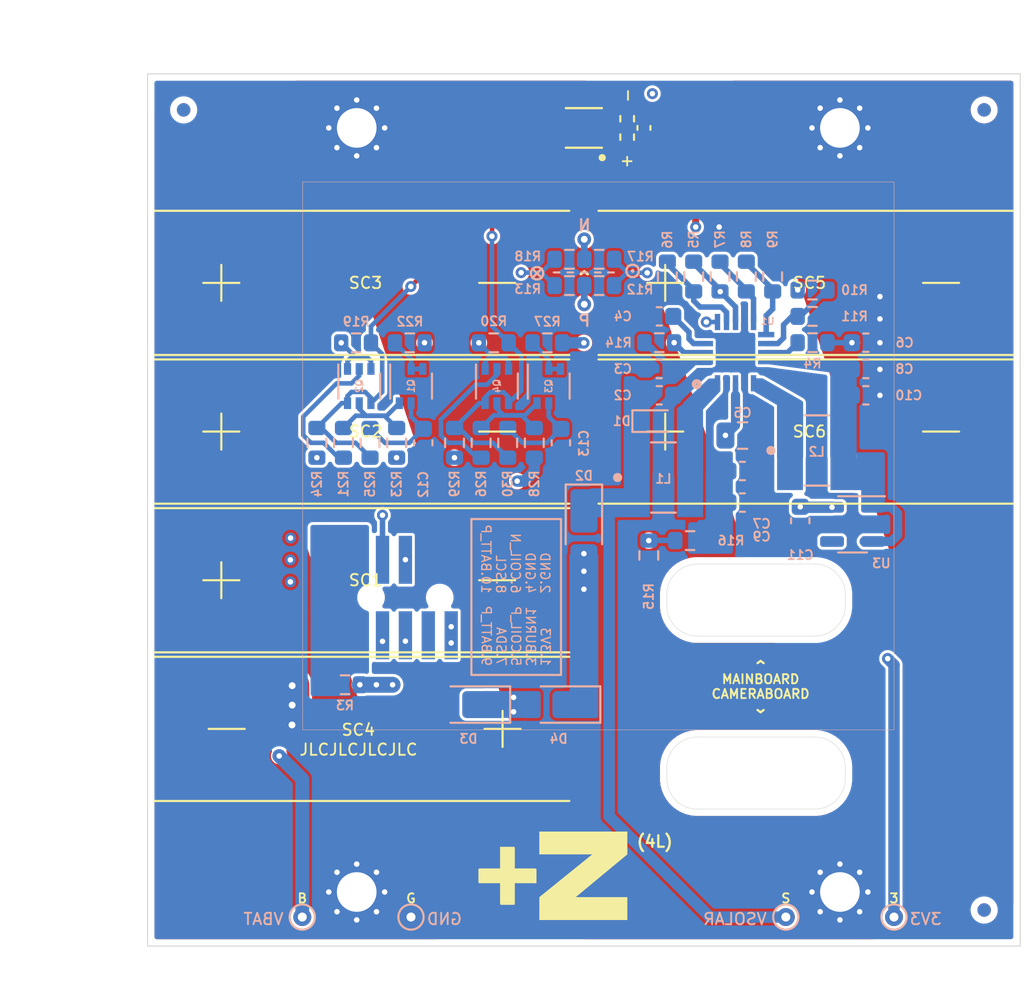
<source format=kicad_pcb>
(kicad_pcb (version 20221018) (generator pcbnew)
  (layers (0 "F.Cu" signal "Top") (1 "In1.Cu" signal) (2 "In2.Cu" signal) (31 "B.Cu" signal "Bottom") (34 "B.Paste" user) (35 "F.Paste" user) (36 "B.SilkS" user "B.Silkscreen") (37 "F.SilkS" user "F.Silkscreen") (38 "B.Mask" user) (39 "F.Mask" user) (44 "Edge.Cuts" user))
  (net 0 "")
  (net 1 "GND")
  (net 2 "+3V3")
  (net 3 "Net-(U1-VREF_SAMP)")
  (net 4 "Net-(U1-VSTOR)")
  (net 5 "VOUT_EN")
  (net 6 "VSOLAR")
  (net 7 "VBAT_OK")
  (net 8 "BATT_P")
  (net 9 "COIL_N")
  (net 10 "COIL_P")
  (net 11 "Net-(Q1B-G1)")
  (net 12 "Net-(Q3B-G1)")
  (net 13 "Net-(D3-K)")
  (net 14 "Net-(U1-LBOOST)")
  (net 15 "Net-(U1-LBUCK)")
  (net 16 "Net-(Q1A-G2)")
  (net 17 "Net-(Q1A-D1)")
  (net 18 "Net-(Q2A-B1)")
  (net 19 "/coil")
  (net 20 "/VSOLAR_FULL")
  (net 21 "BURN1")
  (net 22 "Net-(Q3A-G2)")
  (net 23 "Net-(Q3A-D1)")
  (net 24 "Net-(Q4A-B1)")
  (net 25 "Net-(U1-VBAT_OV)")
  (net 26 "SCL_LS")
  (net 27 "Net-(U1-OK_HYST)")
  (net 28 "Net-(U1-OK_PROG)")
  (net 29 "Net-(U1-VOUT_SET)")
  (net 30 "SDA_LS")
  (net 31 "VBAT")
  (net 32 "SDA")
  (net 33 "SCL")
  (net 34 "Net-(U1-VOC_SAMP)")
  (net 35 "Net-(U1-VRDIV)")
  (net 36 "Net-(U1-VOUT)")
  (net 37 "Net-(U2-ADDR)")
  (footprint "solarpanels:KXOB25-05X3F" (layer "F.Cu") (at 83.89 70.4)
    (fp_text reference "SC1")
    (fp_text value "SolarCell_Small")
  )
  (footprint "solarpanels:KXOB25-05X3F" (layer "F.Cu") (at 83.89 62.149995)
    (fp_text reference "SC2")
    (fp_text value "SolarCell_Small")
  )
  (footprint "solarpanels:KXOB25-05X3F" (layer "F.Cu") (at 83.89 53.9)
    (fp_text reference "SC3")
    (fp_text value "SolarCell_Small")
  )
  (footprint "solarpanels:KXOB25-05X3F" (layer "F.Cu") (at 108.51 53.9)
    (fp_text reference "SC5")
    (fp_text value "SolarCell_Small")
  )
  (footprint "solarpanels:KXOB25-05X3F" (layer "F.Cu") (at 108.51 62.149996)
    (fp_text reference "SC6")
    (fp_text value "SolarCell_Small")
  )
  (footprint "Capacitor_SMD:C_0402_1005Metric" (layer "F.Cu") (at 110.03 45.3 -90)
    (fp_text reference "C1" hide)
    (fp_text value "0.1uF")
  )
  (footprint "Resistor_SMD:R_0402_1005Metric" (layer "F.Cu") (at 109.1 45.81 -90)
    (fp_text reference "R1" hide)
    (fp_text value "0R")
  )
  (footprint "Resistor_SMD:R_0402_1005Metric" (layer "F.Cu") (at 109.1 44.79 -90)
    (fp_text reference "R2" hide)
    (fp_text value "0R")
  )
  (footprint "Fiducial:Fiducial_0.75mm_Mask1.5mm" (layer "F.Cu") (at 128.9 88.7)
    (fp_text reference "REF**" hide)
    (fp_text value "Fiducial_0.75mm_Mask1.5mm")
  )
  (footprint "solarpanels:MountingHole_2.2mm_M2_DIN965_Pad_TopBottom" (layer "F.Cu") (at 94.1 45.300011)
    (fp_text reference "H2" hide)
    (fp_text value "MountingHole")
  )
  (footprint "Fiducial:Fiducial_0.75mm_Mask1.5mm" (layer "F.Cu") (at 84.5 44.3)
    (fp_text reference "REF**" hide)
    (fp_text value "Fiducial_0.75mm_Mask1.5mm")
  )
  (footprint "Fiducial:Fiducial_0.75mm_Mask1.5mm" (layer "F.Cu") (at 128.9 44.3)
    (fp_text reference "REF**" hide)
    (fp_text value "Fiducial_0.75mm_Mask1.5mm")
  )
  (footprint "solarpanels:MountingHole_2.2mm_M2_DIN965_Pad_TopBottom" (layer "F.Cu") (at 120.9 87.7)
    (fp_text reference "H4" hide)
    (fp_text value "MountingHole")
  )
  (footprint "custom-footprints:ypanel" (layer "F.Cu") (at 106.010401 86.552858)
    (fp_text reference "Ref**" hide)
    (fp_text value "Val**" hide)
  )
  (footprint "solarpanels:MountingHole_2.2mm_M2_DIN965_Pad_TopBottom" (layer "F.Cu") (at 94.1 87.7)
    (fp_text reference "H3" hide)
    (fp_text value "MountingHole")
  )
  (footprint "solarpanels:OPT3001" (layer "F.Cu") (at 106.7 45.3 180)
    (fp_text reference "U2" hide)
    (fp_text value "OPT3001")
  )
  (footprint "solarpanels:KXOB25-05X3F" (layer "F.Cu") (at 104.89 78.65 180)
    (fp_text reference "SC4")
    (fp_text value "SolarCell_Small")
  )
  (footprint "solarpanels:MountingHole_2.2mm_M2_DIN965_Pad_TopBottom" (layer "F.Cu") (at 120.9 45.300011)
    (fp_text reference "H1" hide)
    (fp_text value "MountingHole")
  )
  (footprint "Capacitor_SMD:C_0805_2012Metric" (layer "B.Cu") (at 115.5 62.37)
    (fp_text reference "C5")
    (fp_text value "100uF")
  )
  (footprint "Capacitor_SMD:C_0603_1608Metric" (layer "B.Cu") (at 115.49 66.09)
    (fp_text reference "C9")
    (fp_text value "0.1uF")
  )
  (footprint "Capacitor_SMD:C_0603_1608Metric" (layer "B.Cu") (at 122.339995 58.677844)
    (fp_text reference "C8")
    (fp_text value "22uF")
  )
  (footprint "Capacitor_SMD:C_0603_1608Metric" (layer "B.Cu") (at 122.339995 57.217844)
    (fp_text reference "C6")
    (fp_text value "1uF")
  )
  (footprint "Capacitor_SMD:C_0603_1608Metric" (layer "B.Cu") (at 110.879995 55.757844 180)
    (fp_text reference "C4")
    (fp_text value "10nF")
  )
  (footprint "solarpanels:LPS4018" (layer "B.Cu") (at 119.61155 63.2)
    (fp_text reference "L2")
    (fp_text value "10uH-LPS4018-103MR")
  )
  (footprint "Resistor_SMD:R_0603_1608Metric" (layer "B.Cu") (at 110.3 69.025 90)
    (fp_text reference "R15")
    (fp_text value "DNI (0R)")
  )
  (footprint "Resistor_SMD:R_0603_1608Metric" (layer "B.Cu") (at 117.169995 53.547844 -90)
    (fp_text reference "R9")
    (fp_text value "4.53M")
  )
  (footprint "Resistor_SMD:R_0603_1608Metric" (layer "B.Cu") (at 119.379995 55.757844 180)
    (fp_text reference "R11")
    (fp_text value "4.75M")
  )
  (footprint "Resistor_SMD:R_0603_1608Metric" (layer "B.Cu") (at 114.249995 53.547844 -90)
    (fp_text reference "R7")
    (fp_text value "374K")
  )
  (footprint "Resistor_SMD:R_0603_1608Metric" (layer "B.Cu") (at 119.379995 57.217844)
    (fp_text reference "R4")
    (fp_text value "0R")
  )
  (footprint "Resistor_SMD:R_0603_1608Metric" (layer "B.Cu") (at 115.709995 53.547844 -90)
    (fp_text reference "R8")
    (fp_text value "8.25M")
  )
  (footprint "Resistor_SMD:R_0603_1608Metric" (layer "B.Cu") (at 110.879995 57.217844 180)
    (fp_text reference "R14")
    (fp_text value "DNI (0R)")
  )
  (footprint "Resistor_SMD:R_0603_1608Metric" (layer "B.Cu") (at 119.379995 54.297844 180)
    (fp_text reference "R10")
    (fp_text value "8.25M")
  )
  (footprint "solarpanels:QFN50P350X350X100-21N-D" (layer "B.Cu") (at 115.11 57.77)
    (fp_text reference "U1")
    (fp_text value "BQ25570RGRR" hide)
  )
  (footprint "solarpanels:LPS4018" (layer "B.Cu") (at 111.11 64.7)
    (fp_text reference "L1")
    (fp_text value "22uH-LPS4018-223MR")
  )
  (footprint "Resistor_SMD:R_0603_1608Metric" (layer "B.Cu") (at 112.59 68.2 180)
    (fp_text reference "R16")
    (fp_text value "0R")
  )
  (footprint "Resistor_SMD:R_0603_1608Metric" (layer "B.Cu") (at 112.789995 53.547844 90)
    (fp_text reference "R5")
    (fp_text value "7.32M")
  )
  (footprint "Capacitor_SMD:C_0603_1608Metric" (layer "B.Cu") (at 115.49 64.34)
    (fp_text reference "C7")
    (fp_text value "4.7uF")
  )
  (footprint "Resistor_SMD:R_0603_1608Metric" (layer "B.Cu") (at 111.329995 53.547844 90)
    (fp_text reference "R6")
    (fp_text value "5.62M")
  )
  (footprint "Capacitor_SMD:C_0603_1608Metric" (layer "B.Cu") (at 110.879995 60.137844)
    (fp_text reference "C2")
    (fp_text value "0.1uF")
  )
  (footprint "Capacitor_SMD:C_0603_1608Metric" (layer "B.Cu") (at 110.879995 58.677844 180)
    (fp_text reference "C3")
    (fp_text value "4.7uF")
  )
  (footprint "TestPoint:TestPoint_THTPad_D1.0mm_Drill0.5mm" (layer "B.Cu") (at 97.11 89.09 180)
    (fp_text reference "TP2" hide)
    (fp_text value "TP")
  )
  (footprint "TestPoint:TestPoint_THTPad_D1.0mm_Drill0.5mm" (layer "B.Cu") (at 123.9 89.09)
    (fp_text reference "TP3" hide)
    (fp_text value "TP")
  )
  (footprint "TestPoint:TestPoint_THTPad_D1.0mm_Drill0.5mm" (layer "B.Cu") (at 91.08 89.09)
    (fp_text reference "TP4" hide)
    (fp_text value "TP")
  )
  (footprint "TestPoint:TestPoint_THTPad_D1.0mm_Drill0.5mm" (layer "B.Cu") (at 117.9 89.09 180)
    (fp_text reference "TP1" hide)
    (fp_text value "TP")
  )
  (footprint "Resistor_SMD:R_0603_1608Metric" (layer "B.Cu") (at 105.895 52.59)
    (fp_text reference "R18")
    (fp_text value "0R")
  )
  (footprint "Resistor_SMD:R_0603_1608Metric" (layer "B.Cu") (at 107.545 52.59)
    (fp_text reference "R17")
    (fp_text value "0R")
  )
  (footprint "Resistor_SMD:R_0603_1608Metric" (layer "B.Cu") (at 107.545 54.05)
    (fp_text reference "R12")
    (fp_text value "0R")
  )
  (footprint "Resistor_SMD:R_0603_1608Metric" (layer "B.Cu") (at 105.895 54.05)
    (fp_text reference "R13")
    (fp_text value "0R")
  )
  (footprint "Diode_SMD:D_SOD-523" (layer "B.Cu") (at 110.65 61.57)
    (fp_text reference "D1")
    (fp_text value "SZMM5Z5V1T1G")
  )
  (footprint "Diode_SMD:D_PowerDI-123" (layer "B.Cu") (at 106.7 67.4 -90)
    (fp_text reference "D2")
    (fp_text value "DFLS130L-7")
  )
  (footprint "Resistor_SMD:R_0603_1608Metric" (layer "B.Cu") (at 97.0397 57.225 180)
    (fp_text reference "R22")
    (fp_text value "100K")
  )
  (footprint "Resistor_SMD:R_0603_1608Metric" (layer "B.Cu") (at 101 62.775 90)
    (fp_text reference "R26")
    (fp_text value "680R")
  )
  (footprint "Capacitor_SMD:C_0603_1608Metric" (layer "B.Cu") (at 118.7 67.1 -90)
    (fp_text reference "C11")
    (fp_text value "0.1uF")
  )
  (footprint "Fiducial:Fiducial_0.75mm_Mask1.5mm" (layer "B.Cu") (at 128.9 44.3)
    (fp_text reference "REF**" hide)
    (fp_text value "Fiducial_0.75mm_Mask1.5mm")
  )
  (footprint "Resistor_SMD:R_0603_1608Metric" (layer "B.Cu") (at 93.3647 62.775 90)
    (fp_text reference "R21")
    (fp_text value "680R")
  )
  (footprint "Resistor_SMD:R_0603_1608Metric" (layer "B.Cu") (at 101.7 57.225 180)
    (fp_text reference "R20")
    (fp_text value "DNI (0R)")
  )
  (footprint "Capacitor_SMD:C_0603_1608Metric" (layer "B.Cu") (at 97.7897 62.775 -90)
    (fp_text reference "C12")
    (fp_text value "10nF")
  )
  (footprint "Resistor_SMD:R_0603_1608Metric" (layer "B.Cu") (at 104.675 57.225 180)
    (fp_text reference "R27")
    (fp_text value "100K")
  )
  (footprint "Resistor_SMD:R_0603_1608Metric" (layer "B.Cu") (at 94.0647 57.225 180)
    (fp_text reference "R19")
    (fp_text value "DNI (0R)")
  )
  (footprint "Fiducial:Fiducial_0.75mm_Mask1.5mm" (layer "B.Cu") (at 128.9 88.7)
    (fp_text reference "REF**" hide)
    (fp_text value "Fiducial_0.75mm_Mask1.5mm")
  )
  (footprint "Resistor_SMD:R_0603_1608Metric" (layer "B.Cu") (at 96.3147 62.775 90)
    (fp_text reference "R23")
    (fp_text value "10K")
  )
  (footprint "Resistor_SMD:R_0603_1608Metric" (layer "B.Cu") (at 102.475 62.775 90)
    (fp_text reference "R30")
    (fp_text value "200K")
  )
  (footprint "Resistor_SMD:R_0603_1608Metric" (layer "B.Cu") (at 91.8897 62.775 90)
    (fp_text reference "R24")
    (fp_text value "10K")
  )
  (footprint "Package_TO_SOT_SMD:SOT-363_SC-70-6" (layer "B.Cu") (at 104.75 59.625 -90)
    (fp_text reference "Q3")
    (fp_text value "NX3008NBKS")
  )
  (footprint "Resistor_SMD:R_0603_1608Metric" (layer "B.Cu") (at 94.8397 62.775 90)
    (fp_text reference "R25")
    (fp_text value "200K")
  )
  (footprint "Diode_SMD:D_PowerDI-123" (layer "B.Cu") (at 100.3 77.3 180)
    (fp_text reference "D3")
    (fp_text value "DFLS130L-7")
  )
  (footprint "Fiducial:Fiducial_0.75mm_Mask1.5mm" (layer "B.Cu") (at 84.5 44.3 180)
    (fp_text reference "REF**" hide)
    (fp_text value "Fiducial_0.75mm_Mask1.5mm")
  )
  (footprint "Package_TO_SOT_SMD:SOT-363_SC-70-6" (layer "B.Cu") (at 94.2397 59.625 -90)
    (fp_text reference "Q2")
    (fp_text value "MBT2222ADW1T1")
  )
  (footprint "Resistor_SMD:R_0603_1608Metric" (layer "B.Cu") (at 99.525 62.775 90)
    (fp_text reference "R29")
    (fp_text value "10K")
  )
  (footprint "Package_TO_SOT_SMD:SOT-363_SC-70-6" (layer "B.Cu") (at 97.1147 59.625 -90)
    (fp_text reference "Q1")
    (fp_text value "NX3008NBKS")
  )
  (footprint "Package_TO_SOT_SMD:SOT-23-5" (layer "B.Cu") (at 121.6 67.3 180)
    (fp_text reference "U3")
    (fp_text value "MAX40200AUK")
  )
  (footprint "Resistor_SMD:R_0603_1608Metric" (layer "B.Cu") (at 93.45 76.2)
    (fp_text reference "R3")
    (fp_text value "0R")
  )
  (footprint "Diode_SMD:D_PowerDI-123" (layer "B.Cu") (at 105.3 77.3 180)
    (fp_text reference "D4")
    (fp_text value "DFLS130L-7")
  )
  (footprint "Package_TO_SOT_SMD:SOT-363_SC-70-6" (layer "B.Cu") (at 101.875 59.625 -90)
    (fp_text reference "Q4")
    (fp_text value "MBT2222ADW1T1")
  )
  (footprint "Capacitor_SMD:C_0603_1608Metric" (layer "B.Cu") (at 105.425 62.775 -90)
    (fp_text reference "C13")
    (fp_text value "10nF")
  )
  (footprint "Resistor_SMD:R_0603_1608Metric" (layer "B.Cu") (at 103.95 62.775 90)
    (fp_text reference "R28")
    (fp_text value "10K")
  )
  (footprint "custom-footprints:pycubed_mini_half" (layer "B.Cu") (at 106.2 44.5 180)
    (fp_text reference "Ref**" hide)
    (fp_text value "Val**" hide)
  )
  (footprint "Capacitor_SMD:C_0603_1608Metric" (layer "B.Cu") (at 122.339995 60.137844)
    (fp_text reference "C10")
    (fp_text value "0.1uF")
  )
  (footprint "solarpanels:SAMTEC-FTS-105-01-X-DV-A" (layer "B.Cu") (at 96.8 71.36 180)
    (fp_text reference "J1" hide)
    (fp_text value "FTS-105-01-X-DV-A")
  )
  (gr_line (start 107.31325 53.32) (end 107.63075 53.32) (stroke (width 0.12)) (layer "B.SilkS"))
  (gr_line (start 106.86875 53.32) (end 106.55125 53.32) (stroke (width 0.12)) (layer "B.SilkS"))
  (gr_line (start 106.10675 53.32) (end 105.78925 53.32) (stroke (width 0.12)) (layer "B.SilkS"))
  (gr_line (start 108.361 53.32) (end 108.0435 53.32) (stroke (width 0.12)) (layer "B.SilkS"))
  (gr_line (start 105.02725 53.32) (end 105.34475 53.32) (stroke (width 0.12)) (layer "B.SilkS"))
  (gr_rect (start 100.46 67.005) (end 105.43 75.655) (stroke (width 0.12)) (fill none) (layer "B.SilkS"))
  (gr_line (start 123.9 78.7) (end 119.5 78.7) (stroke (width 0.0254)) (layer "B.SilkS"))
  (gr_line (start 91.1 78.7) (end 106.275 78.7) (stroke (width 0.0254)) (layer "B.SilkS"))
  (gr_line (start 123.9 48.3) (end 91.1 48.3) (stroke (width 0.0254)) (layer "B.SilkS"))
  (gr_line (start 119.5 78.7) (end 106.275 78.7) (stroke (width 0.0254)) (layer "B.SilkS"))
  (gr_line (start 123.9 78.7) (end 123.9 48.3) (stroke (width 0.0254)) (layer "B.SilkS"))
  (gr_line (start 91.1 48.3) (end 91.1 78.7) (stroke (width 0.0254)) (layer "B.SilkS"))
  (gr_line (start 82.5 90.7) (end 82.5 42.3) (stroke (width 0.05)) (layer "Edge.Cuts"))
  (gr_arc (start 121.2 81.4) (mid 120.702082 82.602082) (end 119.5 83.1) (stroke (width 0.0254)) (layer "Edge.Cuts"))
  (gr_line (start 82.5 42.3) (end 130.9 42.3) (stroke (width 0.05)) (layer "Edge.Cuts"))
  (gr_arc (start 121.2 71.8) (mid 120.702082 73.002082) (end 119.5 73.5) (stroke (width 0.0254)) (layer "Edge.Cuts"))
  (gr_line (start 119.5 83.1) (end 113 83.1) (stroke (width 0.0254)) (layer "Edge.Cuts"))
  (gr_arc (start 119.5 69.5) (mid 120.702082 69.997918) (end 121.2 71.2) (stroke (width 0.0254)) (layer "Edge.Cuts"))
  (gr_line (start 119.5 69.5) (end 113 69.5) (stroke (width 0.0254)) (layer "Edge.Cuts"))
  (gr_arc (start 111.3 71.2) (mid 111.797918 69.997918) (end 113 69.5) (stroke (width 0.0254)) (layer "Edge.Cuts"))
  (gr_arc (start 111.3 80.8) (mid 111.797918 79.597918) (end 113 79.1) (stroke (width 0.0254)) (layer "Edge.Cuts"))
  (gr_line (start 121.2 81.4) (end 121.2 80.8) (stroke (width 0.0254)) (layer "Edge.Cuts"))
  (gr_arc (start 119.5 79.1) (mid 120.702082 79.597918) (end 121.2 80.8) (stroke (width 0.0254)) (layer "Edge.Cuts"))
  (gr_line (start 82.5 90.7) (end 130.9 90.7) (stroke (width 0.05)) (layer "Edge.Cuts"))
  (gr_line (start 111.3 80.8) (end 111.3 81.4) (stroke (width 0.0254)) (layer "Edge.Cuts"))
  (gr_arc (start 113 73.5) (mid 111.797918 73.002082) (end 111.3 71.8) (stroke (width 0.0254)) (layer "Edge.Cuts"))
  (gr_line (start 113 79.1) (end 119.5 79.1) (stroke (width 0.0254)) (layer "Edge.Cuts"))
  (gr_line (start 121.2 71.2) (end 121.2 71.8) (stroke (width 0.0254)) (layer "Edge.Cuts"))
  (gr_arc (start 113 83.1) (mid 111.797918 82.602082) (end 111.3 81.4) (stroke (width 0.0254)) (layer "Edge.Cuts"))
  (gr_line (start 130.9 42.3) (end 130.9 90.7) (stroke (width 0.05)) (layer "Edge.Cuts"))
  (gr_line (start 113 73.5) (end 119.5 73.5) (stroke (width 0.0254)) (layer "Edge.Cuts"))
  (gr_line (start 111.3 71.2) (end 111.3 71.8) (stroke (width 0.0254)) (layer "Edge.Cuts"))
  (gr_text "GND" (at 100 89.2) (layer "B.SilkS") (effects (font (size 0.635 0.635) (thickness 0.1016)) (justify left mirror)))
  (gr_text "VSOLAR" (at 116.9 89.2) (layer "B.SilkS") (effects (font (size 0.635 0.635) (thickness 0.1016)) (justify left mirror)))
  (gr_text "VBAT" (at 90.1 89.2) (layer "B.SilkS") (effects (font (size 0.635 0.635) (thickness 0.1016)) (justify left mirror)))
  (gr_text "3V3" (at 126.6 89.2) (layer "B.SilkS") (effects (font (size 0.635 0.635) (thickness 0.1016)) (justify left mirror)))
  (gr_text "P" (at 106.72 56) (layer "B.SilkS") (effects (font (size 0.635 0.635) (thickness 0.127)) (justify mirror)))
  (gr_text "N" (at 106.73 50.65 180) (layer "B.SilkS") (effects (font (size 0.635 0.635) (thickness 0.127)) (justify mirror)))
  (gr_text "⊗" (at 104.1 53.3) (layer "B.SilkS") (effects (font (size 0.889 0.889) (thickness 0.127)) (justify mirror)))
  (gr_text "2.GND\n4.GND\n6.COIL_N\n8.SCL\n10.BATT_P" (at 102.905 71.18 270) (layer "B.SilkS") (effects (font (size 0.508 0.508) (thickness 0.0762)) (justify left mirror)))
  (gr_text "1.3V3\n3.BURN1\n5.COIL_P\n7.SDA\n9.BATT_P" (at 102.925 75.205 270) (layer "B.SilkS") (effects (font (size 0.508 0.508) (thickness 0.0762)) (justify left mirror)))
  (gr_text "⊙" (at 109.4 53.3 180) (layer "B.SilkS") (effects (font (size 0.889 0.889) (thickness 0.127)) (justify mirror)))
  (gr_text "+" (at 109.1 47.1) (layer "F.SilkS") (effects (font (size 0.635 0.635) (thickness 0.1016))))
  (gr_text "3" (at 123.9 88.05) (layer "F.SilkS") (effects (font (size 0.508 0.508) (thickness 0.1016))))
  (gr_text "^" (at 116.5 77.2 180) (layer "F.SilkS") (effects (font (size 0.889 0.889) (thickness 0.127))))
  (gr_text "MAINBOARD\nCAMERABOARD" (at 116.5 76.3) (layer "F.SilkS") (effects (font (size 0.508 0.508) (thickness 0.1016) bold)))
  (gr_text "-" (at 109.1 43.5 90) (layer "F.SilkS") (effects (font (size 0.635 0.635) (thickness 0.1016))))
  (gr_text "G" (at 97.11 88.05) (layer "F.SilkS") (effects (font (size 0.508 0.508) (thickness 0.1016))))
  (gr_text "JLCJLCJLCJLC" (at 94.2 79.8) (layer "F.SilkS") (effects (font (size 0.635 0.635) (thickness 0.1016))))
  (gr_text "B" (at 91.08 88.05) (layer "F.SilkS") (effects (font (size 0.508 0.508) (thickness 0.1016))))
  (gr_text "^" (at 116.5 75.4) (layer "F.SilkS") (effects (font (size 0.889 0.889) (thickness 0.127))))
  (gr_text "S" (at 117.9 88.05) (layer "F.SilkS") (effects (font (size 0.508 0.508) (thickness 0.1016))))
  (gr_text "^" (at 106.72 53.86) (layer "F.SilkS") (effects (font (size 1 1))))
  (gr_text "(4L)" (at 110.63 84.9) (layer "F.SilkS") (effects (font (size 0.635 0.635) (thickness 0.127))))
  (segment (start 90.52 78.63) (end 90.52 76.25) (width 1.905) (layer "F.Cu") (net 1))
  (segment (start 112.45 44.65) (end 107.35 44.65) (width 0.381) (layer "F.Cu") (net 1))
  (segment (start 114.2 46.4) (end 112.45 44.65) (width 0.381) (layer "F.Cu") (net 1))
  (segment (start 90.51 78.64) (end 90.52 78.63) (width 1.905) (layer "F.Cu") (net 1))
  (segment (start 107.35 44.65) (end 106.7 45.3) (width 0.381) (layer "F.Cu") (net 1))
  (segment (start 114.2 50.8) (end 114.2 46.4) (width 0.381) (layer "F.Cu") (net 1))
  (segment (start 83.89 78.65) (end 90.5 78.65) (width 1.905) (layer "F.Cu") (net 1))
  (segment (start 90.5 78.65) (end 90.51 78.64) (width 1.524) (layer "F.Cu") (net 1))
  (via (at 123.12 60.14) (size 0.6096) (drill 0.3048) (layers "F.Cu" "B.Cu") (net 1))
  (via (at 114.2 50.8) (size 0.6096) (drill 0.3048) (layers "F.Cu" "B.Cu") (net 1))
  (via (at 90.51 78.43) (size 0.762) (drill 0.381) (layers "F.Cu" "B.Cu") (net 1))
  (via (at 123.12 58.7) (size 0.6096) (drill 0.3048) (layers "F.Cu" "B.Cu") (net 1))
  (via (at 90.52 77.33) (size 0.762) (drill 0.381) (layers "F.Cu" "B.Cu") (net 1))
  (via (at 90.52 76.25) (size 0.762) (drill 0.381) (layers "F.Cu" "B.Cu") (net 1))
  (via (at 123.12 55.9) (size 0.6096) (drill 0.3048) (layers "F.Cu" "B.Cu") (net 1))
  (via (at 123.12 57.22) (size 0.6096) (drill 0.3048) (layers "F.Cu" "B.Cu") (net 1))
  (via (at 123.12 54.66) (size 0.6096) (drill 0.3048) (layers "F.Cu" "B.Cu") (net 1))
  (segment (start 115.609995 59.47) (end 115.609995 58.27) (width 0.3048) (layer "B.Cu") (net 1))
  (segment (start 112.9 50.8) (end 112.9 47) (width 0.381) (layer "F.Cu") (net 2))
  (segment (start 112.9 47) (end 111.85 45.95) (width 0.381) (layer "F.Cu") (net 2))
  (segment (start 111.85 45.95) (end 107.4 45.95) (width 0.381) (layer "F.Cu") (net 2))
  (via (at 91.89 63.6) (size 0.6096) (drill 0.3048) (layers "F.Cu" "B.Cu") (net 2))
  (via (at 96.31 63.6) (size 0.6096) (drill 0.3048) (layers "F.Cu" "B.Cu") (net 2))
  (via (at 99.34 73.88) (size 0.6096) (drill 0.3048) (layers "F.Cu" "B.Cu") (net 2))
  (via (at 106.7 57.23) (size 0.6096) (drill 0.3048) (layers "F.Cu" "B.Cu") (net 2))
  (via (at 123.55 74.75) (size 0.6096) (drill 0.3048) (layers "F.Cu" "B.Cu") (net 2))
  (via (at 99.34 72.98) (size 0.6096) (drill 0.3048) (layers "F.Cu" "B.Cu") (net 2))
  (via (at 99.52 63.6) (size 0.6096) (drill 0.3048) (layers "F.Cu" "B.Cu") (net 2))
  (via (at 97.86 57.22) (size 0.6096) (drill 0.3048) (layers "F.Cu" "B.Cu") (net 2))
  (via (at 112.9 50.8) (size 0.6096) (drill 0.3048) (layers "F.Cu" "B.Cu") (net 2))
  (via (at 120.4625 66.35) (size 0.6096) (drill 0.3048) (layers "F.Cu" "B.Cu") (net 2))
  (via (at 118.7 66.325) (size 0.6096) (drill 0.3048) (layers "F.Cu" "B.Cu") (net 2))
  (via (at 103 64.9) (size 0.6096) (drill 0.3048) (layers "F.Cu" "B.Cu") (net 2))
  (segment (start 103 64.9) (end 103.4 64.9) (width 0.635) (layer "B.Cu") (net 2))
  (segment (start 123.55 74.75) (end 123.9 75.1) (width 0.635) (layer "B.Cu") (net 2))
  (segment (start 106.7 57.23) (end 106.695 57.225) (width 0.635) (layer "B.Cu") (net 2))
  (segment (start 120.4625 66.35) (end 118.725 66.35) (width 0.635) (layer "B.Cu") (net 2))
  (segment (start 103.95 64.35) (end 103.95 63.6) (width 0.635) (layer "B.Cu") (net 2))
  (segment (start 106.695 57.225) (end 105.5 57.225) (width 0.635) (layer "B.Cu") (net 2))
  (segment (start 123.9 75.1) (end 123.9 89.09) (width 0.635) (layer "B.Cu") (net 2))
  (segment (start 118.725 66.35) (end 118.7 66.325) (width 0.635) (layer "B.Cu") (net 2))
  (segment (start 103.4 64.9) (end 103.95 64.35) (width 0.635) (layer "B.Cu") (net 2))
  (segment (start 112.53 57.01) (end 112.53 56.632849) (width 0.3048) (layer "B.Cu") (net 3))
  (segment (start 113.41 57.27) (end 112.79 57.27) (width 0.3048) (layer "B.Cu") (net 3))
  (segment (start 112.53 56.632849) (end 111.654995 55.757844) (width 0.3048) (layer "B.Cu") (net 3))
  (segment (start 112.79 57.27) (end 112.53 57.01) (width 0.3048) (layer "B.Cu") (net 3))
  (via (at 113.49 56.07) (size 0.6096) (drill 0.3048) (layers "F.Cu" "B.Cu") (net 5))
  (via (at 121.564995 57.217844) (size 0.6096) (drill 0.3048) (layers "F.Cu" "B.Cu") (net 5))
  (segment (start 114.11 56.07) (end 113.49 56.07) (width 0.254) (layer "B.Cu") (net 5))
  (segment (start 120.204995 57.217844) (end 121.564995 57.217844) (width 0.3048) (layer "B.Cu") (net 5))
  (segment (start 111.587844 58.677844) (end 110.127844 57.217844) (width 0.381) (layer "B.Cu") (net 6))
  (segment (start 108.1 83.5) (end 113.69 89.09) (width 0.635) (layer "B.Cu") (net 6))
  (segment (start 108.1 66.1) (end 108.1 83.5) (width 0.635) (layer "B.Cu") (net 6))
  (segment (start 113.69 89.09) (end 117.9 89.09) (width 0.635) (layer "B.Cu") (net 6))
  (segment (start 118.002839 57.77) (end 118.554995 57.217844) (width 0.3048) (layer "B.Cu") (net 7))
  (segment (start 116.81 57.77) (end 118.002839 57.77) (width 0.3048) (layer "B.Cu") (net 7))
  (via (at 106.72 51.48) (size 0.762) (drill 0.381) (layers "F.Cu" "B.Cu") (net 9))
  (via (at 96.8 69.26) (size 0.6096) (drill 0.3048) (layers "F.Cu" "B.Cu") (net 9))
  (segment (start 106.72 52.59) (end 106.72 51.48) (width 0.381) (layer "B.Cu") (net 9))
  (via (at 96.8 73.78) (size 0.6096) (drill 0.3048) (layers "F.Cu" "B.Cu") (net 10))
  (via (at 106.72 55.09) (size 0.762) (drill 0.381) (layers "F.Cu" "B.Cu") (net 10))
  (segment (start 106.72 54.05) (end 106.72 55.09) (width 0.381) (layer "B.Cu") (net 10))
  (segment (start 97.7897 62) (end 97.0147 62.775) (width 0.254) (layer "B.Cu") (net 11))
  (segment (start 97.7897 62) (end 97.1147 61.325) (width 0.254) (layer "B.Cu") (net 11))
  (segment (start 97.1147 61.325) (end 97.1147 60.575) (width 0.254) (layer "B.Cu") (net 11))
  (segment (start 95.6647 62.775) (end 94.8397 61.95) (width 0.254) (layer "B.Cu") (net 11))
  (segment (start 97.0147 62.775) (end 95.6647 62.775) (width 0.254) (layer "B.Cu") (net 11))
  (segment (start 104.75 61.325) (end 104.75 60.575) (width 0.254) (layer "B.Cu") (net 12))
  (segment (start 104.65 62.775) (end 105.425 62) (width 0.254) (layer "B.Cu") (net 12))
  (segment (start 103.3 62.775) (end 104.65 62.775) (width 0.254) (layer "B.Cu") (net 12))
  (segment (start 102.475 61.95) (end 103.3 62.775) (width 0.254) (layer "B.Cu") (net 12))
  (segment (start 105.425 62) (end 104.75 61.325) (width 0.254) (layer "B.Cu") (net 12))
  (via (at 102.8 76.9) (size 0.6096) (drill 0.3048) (layers "F.Cu" "B.Cu") (net 13))
  (via (at 102.8 77.7) (size 0.6096) (drill 0.3048) (layers "F.Cu" "B.Cu") (net 13))
  (segment (start 97.1147 58.675) (end 97.7647 58.675) (width 0.254) (layer "B.Cu") (net 16))
  (segment (start 97.1147 58.125) (end 96.2147 57.225) (width 0.254) (layer "B.Cu") (net 16))
  (segment (start 97.1147 58.675) (end 97.1147 58.125) (width 0.254) (layer "B.Cu") (net 16))
  (segment (start 94.4191 61.2706) (end 94.6191 61.2706) (width 0.254) (layer "B.Cu") (net 17))
  (segment (start 94.0441 61.2706) (end 94.4191 61.2706) (width 0.254) (layer "B.Cu") (net 17))
  (segment (start 95.7691 61.2706) (end 94.4191 61.2706) (width 0.254) (layer "B.Cu") (net 17))
  (segment (start 94.2397 60.575) (end 94.2397 60.8912) (width 0.254) (layer "B.Cu") (net 17))
  (segment (start 96.4647 60.575) (end 95.7691 61.2706) (width 0.254) (layer "B.Cu") (net 17))
  (segment (start 93.3647 61.95) (end 94.0441 61.2706) (width 0.254) (layer "B.Cu") (net 17))
  (segment (start 95.6353 61.2706) (end 96.3147 61.95) (width 0.254) (layer "B.Cu") (net 17))
  (segment (start 94.2397 60.8912) (end 94.6191 61.2706) (width 0.254) (layer "B.Cu") (net 17))
  (segment (start 94.6191 61.2706) (end 95.6353 61.2706) (width 0.254) (layer "B.Cu") (net 17))
  (segment (start 93.8147 59.475) (end 94.2397 59.05) (width 0.254) (layer "B.Cu") (net 18))
  (segment (start 92.9897 59.475) (end 93.8147 59.475) (width 0.254) (layer "B.Cu") (net 18))
  (segment (start 91.1353 62.348574) (end 91.1353 61.3294) (width 0.254) (layer "B.Cu") (net 18))
  (segment (start 91.561726 62.775) (end 91.1353 62.348574) (width 0.254) (layer "B.Cu") (net 18))
  (segment (start 94.2397 59.05) (end 94.2397 58.675) (width 0.254) (layer "B.Cu") (net 18))
  (segment (start 92.2647 62.775) (end 91.561726 62.775) (width 0.254) (layer "B.Cu") (net 18))
  (segment (start 93.0897 63.6) (end 92.2647 62.775) (width 0.254) (layer "B.Cu") (net 18))
  (segment (start 91.1353 61.3294) (end 92.9897 59.475) (width 0.254) (layer "B.Cu") (net 18))
  (via (at 110.5 43.4) (size 0.6096) (drill 0.3048) (layers "F.Cu" "B.Cu") (net 19))
  (via (at 110.21 53.34) (size 0.6096) (drill 0.3048) (layers "F.Cu" "B.Cu") (net 19))
  (via (at 103.22 53.33) (size 0.6096) (drill 0.3048) (layers "F.Cu" "B.Cu") (net 19))
  (segment (start 109.08 53.34) (end 109.36 53.34) (width 0.254) (layer "B.Cu") (net 19))
  (segment (start 108.37 52.59) (end 109.12 53.34) (width 0.254) (layer "B.Cu") (net 19))
  (segment (start 104.35 53.33) (end 105.07 54.05) (width 0.254) (layer "B.Cu") (net 19))
  (segment (start 103.22 53.33) (end 104.35 53.33) (width 0.254) (layer "B.Cu") (net 19))
  (segment (start 109.12 53.34) (end 109.36 53.34) (width 0.254) (layer "B.Cu") (net 19))
  (segment (start 104.33 53.33) (end 105.07 52.59) (width 0.254) (layer "B.Cu") (net 19))
  (segment (start 103.22 53.33) (end 104.33 53.33) (width 0.254) (layer "B.Cu") (net 19))
  (segment (start 108.37 54.05) (end 109.08 53.34) (width 0.254) (layer "B.Cu") (net 19))
  (segment (start 110.21 53.34) (end 109.36 53.34) (width 0.254) (layer "B.Cu") (net 19))
  (via (at 106.7 69.9) (size 0.6096) (drill 0.3048) (layers "F.Cu" "B.Cu") (net 20))
  (via (at 90.42 69.27) (size 0.6096) (drill 0.3048) (layers "F.Cu" "B.Cu") (net 20))
  (via (at 106.7 70.9) (size 0.6096) (drill 0.3048) (layers "F.Cu" "B.Cu") (net 20))
  (via (at 106.7 68.925) (size 0.6096) (drill 0.3048) (layers "F.Cu" "B.Cu") (net 20))
  (via (at 90.43 68.06) (size 0.6096) (drill 0.3048) (layers "F.Cu" "B.Cu") (net 20))
  (via (at 90.42 70.49) (size 0.6096) (drill 0.3048) (layers "F.Cu" "B.Cu") (net 20))
  (segment (start 104.75 58.675) (end 104.75 58.125) (width 0.254) (layer "B.Cu") (net 22))
  (segment (start 104.75 58.125) (end 103.85 57.225) (width 0.254) (layer "B.Cu") (net 22))
  (segment (start 104.75 58.675) (end 105.4 58.675) (width 0.254) (layer "B.Cu") (net 22))
  (segment (start 101.875 60.879) (end 101.875 60.575) (width 0.254) (layer "B.Cu") (net 23))
  (segment (start 103.425 61.25) (end 104.1 60.575) (width 0.254) (layer "B.Cu") (net 23))
  (segment (start 103.25 61.25) (end 103.025 61.25) (width 0.254) (layer "B.Cu") (net 23))
  (segment (start 103.025 61.25) (end 103.425 61.25) (width 0.254) (layer "B.Cu") (net 23))
  (segment (start 101.7 61.25) (end 101 61.95) (width 0.254) (layer "B.Cu") (net 23))
  (segment (start 102.246 61.25) (end 101.875 60.879) (width 0.254) (layer "B.Cu") (net 23))
  (segment (start 103.25 61.25) (end 101.7 61.25) (width 0.254) (layer "B.Cu") (net 23))
  (segment (start 103.025 61.25) (end 102.246 61.25) (width 0.254) (layer "B.Cu") (net 23))
  (segment (start 103.95 61.95) (end 103.25 61.25) (width 0.254) (layer "B.Cu") (net 23))
  (segment (start 100.75 63.6) (end 99.925 62.775) (width 0.254) (layer "B.Cu") (net 24))
  (segment (start 101.325 59.55) (end 101.875 59) (width 0.254) (layer "B.Cu") (net 24))
  (segment (start 98.7706 61.4794) (end 100.7 59.55) (width 0.254) (layer "B.Cu") (net 24))
  (segment (start 98.7706 62.3706) (end 98.7706 61.4794) (width 0.254) (layer "B.Cu") (net 24))
  (segment (start 99.175 62.775) (end 98.7706 62.3706) (width 0.254) (layer "B.Cu") (net 24))
  (segment (start 101.875 59) (end 101.875 58.675) (width 0.254) (layer "B.Cu") (net 24))
  (segment (start 99.925 62.775) (end 99.175 62.775) (width 0.254) (layer "B.Cu") (net 24))
  (segment (start 100.7 59.55) (end 101.325 59.55) (width 0.254) (layer "B.Cu") (net 24))
  (segment (start 114.61 55.53) (end 114.32 55.24) (width 0.3048) (layer "B.Cu") (net 25))
  (segment (start 111.329995 52.841419) (end 112.789995 54.301419) (width 0.3048) (layer "B.Cu") (net 25))
  (segment (start 114.32 55.24) (end 113.14 55.24) (width 0.3048) (layer "B.Cu") (net 25))
  (segment (start 113.14 55.24) (end 112.789995 54.889995) (width 0.3048) (layer "B.Cu") (net 25))
  (segment (start 112.789995 54.889995) (end 112.789995 54.372844) (width 0.3048) (layer "B.Cu") (net 25))
  (segment (start 114.61 56.07) (end 114.61 55.53) (width 0.3048) (layer "B.Cu") (net 25))
  (segment (start 102.05 44.65) (end 105.705 44.65) (width 0.254) (layer "F.Cu") (net 26))
  (segment (start 100.2 46.5) (end 102.05 44.65) (width 0.254) (layer "F.Cu") (net 26))
  (segment (start 97.1 54.1) (end 100.2 51) (width 0.254) (layer "F.Cu") (net 26))
  (segment (start 100.2 51) (end 100.2 46.5) (width 0.254) (layer "F.Cu") (net 26))
  (via (at 97.1 54.1) (size 0.6096) (drill 0.3048) (layers "F.Cu" "B.Cu") (net 26))
  (segment (start 94.8897 60.275) (end 94.8897 60.575) (width 0.254) (layer "B.Cu") (net 26))
  (segment (start 94.8897 57.225) (end 95.5147 57.85) (width 0.254) (layer "B.Cu") (net 26))
  (segment (start 93.5897 60.575) (end 93.2647 60.575) (width 0.254) (layer "B.Cu") (net 26))
  (segment (start 92.1397 61.95) (end 92.9647 62.775) (width 0.254) (layer "B.Cu") (net 26))
  (segment (start 93.8147 59.95) (end 94.5647 59.95) (width 0.254) (layer "B.Cu") (net 26))
  (segment (start 95.5147 59.95) (end 94.8897 60.575) (width 0.254) (layer "B.Cu") (net 26))
  (segment (start 93.2647 60.575) (end 91.8897 61.95) (width 0.254) (layer "B.Cu") (net 26))
  (segment (start 94.0397 62.775) (end 94.8397 63.575) (width 0.254) (layer "B.Cu") (net 26))
  (segment (start 94.5647 59.95) (end 94.8897 60.275) (width 0.254) (layer "B.Cu") (net 26))
  (segment (start 93.5897 60.175) (end 93.8147 59.95) (width 0.254) (layer "B.Cu") (net 26))
  (segment (start 92.9647 62.775) (end 94.0397 62.775) (width 0.254) (layer "B.Cu") (net 26))
  (segment (start 95.5147 57.85) (end 95.5147 59.95) (width 0.254) (layer "B.Cu") (net 26))
  (segment (start 94.8897 56.3103) (end 94.8897 57.225) (width 0.254) (layer "B.Cu") (net 26))
  (segment (start 97.1 54.1) (end 94.8897 56.3103) (width 0.254) (layer "B.Cu") (net 26))
  (segment (start 93.5897 60.575) (end 93.5897 60.175) (width 0.254) (layer "B.Cu") (net 26))
  (segment (start 116.11 54.772849) (end 115.709995 54.372844) (width 0.3048) (layer "B.Cu") (net 27))
  (segment (start 116.11 56.07) (end 116.11 54.772849) (width 0.3048) (layer "B.Cu") (net 27))
  (segment (start 114.249995 52.829995) (end 115.709995 54.289995) (width 0.3048) (layer "B.Cu") (net 27))
  (segment (start 116.81 55.71) (end 117.169995 55.350005) (width 0.3048) (layer "B.Cu") (net 28))
  (segment (start 117.169995 54.249995) (end 115.709995 52.789995) (width 0.3048) (layer "B.Cu") (net 28))
  (segment (start 116.81 56.77) (end 116.81 55.71) (width 0.3048) (layer "B.Cu") (net 28))
  (segment (start 117.169995 55.350005) (end 117.169995 54.372844) (width 0.3048) (layer "B.Cu") (net 28))
  (segment (start 118.242156 55.757844) (end 117.775 56.225) (width 0.3048) (layer "B.Cu") (net 29))
  (segment (start 118.554995 55.757844) (end 118.242156 55.757844) (width 0.3048) (layer "B.Cu") (net 29))
  (segment (start 117.775 56.225) (end 117.775 56.95) (width 0.3048) (layer "B.Cu") (net 29))
  (segment (start 118.702156 55.757844) (end 120.162156 54.297844) (width 0.3048) (layer "B.Cu") (net 29))
  (segment (start 117.775 56.95) (end 117.455 57.27) (width 0.3048) (layer "B.Cu") (net 29))
  (segment (start 117.455 57.27) (end 116.81 57.27) (width 0.3048) (layer "B.Cu") (net 29))
  (segment (start 101.610889 51.3) (end 101.610889 46.996111) (width 0.254) (layer "F.Cu") (net 30))
  (segment (start 101.610889 46.996111) (end 102.657 45.95) (width 0.254) (layer "F.Cu") (net 30))
  (segment (start 102.657 45.95) (end 105.705 45.95) (width 0.254) (layer "F.Cu") (net 30))
  (segment (start 101.6 51.310889) (end 101.610889 51.3) (width 0.254) (layer "F.Cu") (net 30))
  (via (at 101.6 51.310889) (size 0.6096) (drill 0.3048) (layers "F.Cu" "B.Cu") (net 30))
  (segment (start 102.525 57.225) (end 102.96 57.66) (width 0.254) (layer "B.Cu") (net 30))
  (segment (start 101.6 51.310889) (end 101.6 56.3) (width 0.254) (layer "B.Cu") (net 30))
  (segment (start 103.225 59.875) (end 102.525 60.575) (width 0.254) (layer "B.Cu") (net 30))
  (segment (start 101.225 60.575) (end 100.9 60.575) (width 0.254) (layer "B.Cu") (net 30))
  (segment (start 100.9 60.575) (end 99.525 61.95) (width 0.254) (layer "B.Cu") (net 30))
  (segment (start 102.2456 59.9706) (end 101.5044 59.9706) (width 0.254) (layer "B.Cu") (net 30))
  (segment (start 102.525 60.575) (end 102.525 60.25) (width 0.254) (layer "B.Cu") (net 30))
  (segment (start 102.525 60.25) (end 102.2456 59.9706) (width 0.254) (layer "B.Cu") (net 30))
  (segment (start 101.225 60.25) (end 101.225 60.575) (width 0.254) (layer "B.Cu") (net 30))
  (segment (start 101.6 56.3) (end 102.96 57.66) (width 0.254) (layer "B.Cu") (net 30))
  (segment (start 100.6 62.775) (end 101.65 62.775) (width 0.254) (layer "B.Cu") (net 30))
  (segment (start 102.96 57.66) (end 103.225 57.925) (width 0.254) (layer "B.Cu") (net 30))
  (segment (start 103.225 57.925) (end 103.225 59.875) (width 0.254) (layer "B.Cu") (net 30))
  (segment (start 101.65 62.775) (end 102.475 63.6) (width 0.254) (layer "B.Cu") (net 30))
  (segment (start 101.5044 59.9706) (end 101.225 60.25) (width 0.254) (layer "B.Cu") (net 30))
  (segment (start 99.775 61.95) (end 100.6 62.775) (width 0.254) (layer "B.Cu") (net 30))
  (via (at 96.09 76.2) (size 0.6096) (drill 0.3048) (layers "F.Cu" "B.Cu") (net 31))
  (via (at 89.8 80.15) (size 0.6096) (drill 0.3048) (layers "F.Cu" "B.Cu") (net 31))
  (via (at 114.55 62.36) (size 0.6096) (drill 0.3048) (layers "F.Cu" "B.Cu") (net 31))
  (via (at 94.275 76.2) (size 0.6096) (drill 0.3048) (layers "F.Cu" "B.Cu") (net 31))
  (via (at 95.19 76.2) (size 0.6096) (drill 0.3048) (layers "F.Cu" "B.Cu") (net 31))
  (segment (start 94.275 76.2) (end 96.09 76.2) (width 0.889) (layer "B.Cu") (net 31))
  (segment (start 115.109995 61.810005) (end 115.109995 60.127844) (width 0.508) (layer "B.Cu") (net 31))
  (segment (start 89.8 80.15) (end 91.08 81.43) (width 0.762) (layer "B.Cu") (net 31))
  (segment (start 91.08 81.43) (end 91.08 89.09) (width 0.762) (layer "B.Cu") (net 31))
  (segment (start 114.55 62.37) (end 115.109995 61.810005) (width 0.508) (layer "B.Cu") (net 31))
  (segment (start 115.11 59.47) (end 115.11 60.257844) (width 0.3048) (layer "B.Cu") (net 31))
  (via (at 100.875 57.225) (size 0.6096) (drill 0.3048) (layers "F.Cu" "B.Cu") (net 32))
  (via (at 95.53 73.79) (size 0.6096) (drill 0.3048) (layers "F.Cu" "B.Cu") (net 32))
  (segment (start 101.225 58.25) (end 101.225 58.675) (width 0.254) (layer "B.Cu") (net 32))
  (segment (start 102.275 58) (end 101.975 58) (width 0.254) (layer "B.Cu") (net 32))
  (segment (start 102.525 58.675) (end 102.525 58.25) (width 0.254) (layer "B.Cu") (net 32))
  (segment (start 101.975 58) (end 101.65 58) (width 0.254) (layer "B.Cu") (net 32))
  (segment (start 101.65 58) (end 100.875 57.225) (width 0.254) (layer "B.Cu") (net 32))
  (segment (start 102.525 58.25) (end 102.275 58) (width 0.254) (layer "B.Cu") (net 32))
  (segment (start 101.975 58) (end 101.475 58) (width 0.254) (layer "B.Cu") (net 32))
  (segment (start 101.475 58) (end 101.225 58.25) (width 0.254) (layer "B.Cu") (net 32))
  (via (at 95.53 66.79) (size 0.6096) (drill 0.3048) (layers "F.Cu" "B.Cu") (net 33))
  (via (at 93.2397 57.225) (size 0.6096) (drill 0.3048) (layers "F.Cu" "B.Cu") (net 33))
  (segment (start 94.8897 58.2412) (end 94.8897 58.675) (width 0.254) (layer "B.Cu") (net 33))
  (segment (start 93.7809 58.05) (end 94.4397 58.05) (width 0.254) (layer "B.Cu") (net 33))
  (segment (start 94.4397 58.05) (end 94.0647 58.05) (width 0.254) (layer "B.Cu") (net 33))
  (segment (start 94.4397 58.05) (end 94.6985 58.05) (width 0.254) (layer "B.Cu") (net 33))
  (segment (start 94.6985 58.05) (end 94.8897 58.2412) (width 0.254) (layer "B.Cu") (net 33))
  (segment (start 93.5897 58.2412) (end 93.7809 58.05) (width 0.254) (layer "B.Cu") (net 33))
  (segment (start 95.53 66.79) (end 95.53 69.325) (width 0.3048) (layer "B.Cu") (net 33))
  (segment (start 94.0647 58.05) (end 93.2397 57.225) (width 0.254) (layer "B.Cu") (net 33))
  (segment (start 93.5897 58.675) (end 93.5897 58.2412) (width 0.254) (layer "B.Cu") (net 33))
  (via (at 110.3 68.2) (size 0.6096) (drill 0.3048) (layers "F.Cu" "B.Cu") (net 34))
  (via (at 111.704995 57.217844) (size 0.6096) (drill 0.3048) (layers "F.Cu" "B.Cu") (net 34))
  (segment (start 111.704995 57.217844) (end 112.257151 57.77) (width 0.3048) (layer "B.Cu") (net 34))
  (segment (start 112.257151 57.77) (end 113.41 57.77) (width 0.3048) (layer "B.Cu") (net 34))
  (segment (start 110.3 68.2) (end 110.31 68.19) (width 0.3048) (layer "B.Cu") (net 34))
  (segment (start 110.31 68.19) (end 111.74 68.19) (width 0.3048) (layer "B.Cu") (net 34))
  (via (at 114.263575 54.386425) (size 0.6096) (drill 0.3048) (layers "F.Cu" "B.Cu") (net 35))
  (via (at 118.56 54.29) (size 0.6096) (drill 0.3048) (layers "F.Cu" "B.Cu") (net 35))
  (segment (start 115.11 55.232849) (end 114.263575 54.386425) (width 0.3048) (layer "B.Cu") (net 35))
  (segment (start 115.11 56.07) (end 115.11 55.232849) (width 0.3048) (layer "B.Cu") (net 35))
  (segment (start 112.789995 52.819995) (end 114.249995 54.279995) (width 0.3048) (layer "B.Cu") (net 35))
  (segment (start 124.1 67.9) (end 124.1 66.7) (width 0.508) (layer "B.Cu") (net 36))
  (segment (start 123.75 66.35) (end 122.7375 66.35) (width 0.508) (layer "B.Cu") (net 36))
  (segment (start 122.2375 68.25) (end 123.75 68.25) (width 0.508) (layer "B.Cu") (net 36))
  (segment (start 124.1 66.7) (end 123.75 66.35) (width 0.508) (layer "B.Cu") (net 36))
  (segment (start 123.75 68.25) (end 124.1 67.9) (width 0.508) (layer "B.Cu") (net 36))
  (segment (start 107.695 45.3) (end 109.1 45.3) (width 0.254) (layer "F.Cu") (net 37))
  (zone (net 13) (net_name "Net-(D3-K)") (layer "F.Cu") (connect_pads yes (clearance 0.1524)) (min_thickness 0.254) (fill yes (thermal_gap 0.508) (thermal_bridge_width 0.508))
    (polygon (pts (xy 123.13301 90.93401) (xy 106.87701 90.93401) (xy 90.36701 42.03901) (xy 106.62301 42.03901)))
  )
  (zone (net 20) (net_name "/VSOLAR_FULL") (layer "F.Cu") (connect_pads yes (clearance 0.1524)) (min_thickness 0.254) (fill yes (thermal_gap 0.508) (thermal_bridge_width 0.508))
    (polygon (pts (xy 82.371798 42.002419) (xy 98.881798 90.897419) (xy 82.371798 90.897419)))
  )
  (zone (net 1) (net_name "GND") (layer "F.Cu") (connect_pads yes (clearance 0.1524)) (min_thickness 0.254) (fill yes (thermal_gap 0.508) (thermal_bridge_width 0.508))
    (polygon (pts (xy 131.13401 90.93401) (xy 114.62401 42.03901) (xy 131.13401 42.03901)))
  )
  (zone (net 6) (net_name "VSOLAR") (layer "B.Cu") (priority 4) (connect_pads yes (clearance 0.1524)) (min_thickness 0.254) (fill yes (thermal_gap 0.254) (thermal_bridge_width 0.254))
    (polygon (pts (xy 113.856835 58.468544) (xy 112.91 58.47) (xy 110.360785 60.827844) (xy 110.360785 64.537344) (xy 108.910785 64.537344) (xy 108.910785 59.266844) (xy 108.910785 59.076344) (xy 111.049835 59.076344) (xy 111.049835 58.087544) (xy 113.856835 58.087544)))
  )
  (zone (net 36) (net_name "Net-(U1-VOUT)") (layer "B.Cu") (priority 6) (connect_pads yes (clearance 0.1524)) (min_thickness 0.254) (fill yes (thermal_gap 0.254) (thermal_bridge_width 0.254))
    (polygon (pts (xy 120.362624 63.646569) (xy 120.364439 58.870644) (xy 116.387207 58.3445) (xy 116.367911 58.087544) (xy 121.831001 58.093557) (xy 121.830813 63.646446)))
  )
  (zone (net 15) (net_name "Net-(U1-LBUCK)") (layer "B.Cu") (priority 4) (connect_pads yes (clearance 0.1524)) (min_thickness 0.254) (fill yes (thermal_gap 0.508) (thermal_bridge_width 0.508))
    (polygon (pts (xy 116.610835 59.1924) (xy 116.095195 59.1924) (xy 116.095195 59.9036) (xy 117.409235 60.677844) (xy 117.409235 63.677844) (xy 118.859235 63.677844) (xy 118.859235 60.477844)))
  )
  (zone (net 14) (net_name "Net-(U1-LBOOST)") (layer "B.Cu") (priority 6) (connect_pads yes (clearance 0.1524)) (min_thickness 0.254) (fill yes (thermal_gap 0.508) (thermal_bridge_width 0.508))
    (polygon (pts (xy 114.265195 59.200844) (xy 114.265195 59.912044) (xy 113.308835 60.927844) (xy 113.308835 64.727844) (xy 111.860785 64.727844) (xy 111.860785 60.877844) (xy 113.626335 59.203344)))
  )
  (zone (net 4) (net_name "Net-(U1-VSTOR)") (layer "B.Cu") (priority 4) (connect_pads yes (clearance 0.1524)) (min_thickness 0.254) (fill yes (thermal_gap 0.254) (thermal_bridge_width 0.254))
    (polygon (pts (xy 114.960785 61.1228) (xy 114.960785 68.930044) (xy 112.482235 68.930044) (xy 112.482235 67.180244) (xy 112.996395 67.180244) (xy 112.996395 61.377844) (xy 114.110785 59.0178) (xy 114.960785 59.0178)))
  )
  (zone (net 6) (net_name "VSOLAR") (layer "B.Cu") (priority 7) (connect_pads yes (clearance 0.1524)) (min_thickness 0.25) (fill yes (thermal_gap 0.5) (thermal_bridge_width 0.5))
    (polygon (pts (xy 110.1 66.9) (xy 107 66.9) (xy 107 65.3) (xy 110.1 65.3)))
  )
  (zone (net 36) (net_name "Net-(U1-VOUT)") (layer "B.Cu") (priority 2) (connect_pads yes (clearance 0.1524)) (min_thickness 0.25) (fill yes (thermal_gap 0.5) (thermal_bridge_width 0.5))
    (polygon (pts (xy 122.08 66.22) (xy 122.08 65.4) (xy 121.58 65.4) (xy 121.58 63.3) (xy 123.39 63.3) (xy 123.39 66.22)))
  )
  (zone (net 8) (net_name "BATT_P") (layer "B.Cu") (priority 1) (connect_pads yes (clearance 0.1524)) (min_thickness 0.254) (fill yes (thermal_gap 0.508) (thermal_bridge_width 0.508))
    (polygon (pts (xy 94.78 76.83) (xy 91.54 76.83) (xy 91.53 67.33) (xy 94.78 67.33)))
  )
  (zone (net 20) (net_name "/VSOLAR_FULL") (layer "B.Cu") (priority 5) (connect_pads yes (clearance 0.1524)) (min_thickness 0.25) (fill yes (thermal_gap 0.5) (thermal_bridge_width 0.5))
    (polygon (pts (xy 105.9 78.05) (xy 105.9 68.9) (xy 107.5 68.9) (xy 107.5 78.05)))
  )
  (zone (net 1) (net_name "GND") (layer "B.Cu") (connect_pads yes (clearance 0.1524)) (min_thickness 0.254) (fill yes (thermal_gap 0.508) (thermal_bridge_width 0.508))
    (polygon (pts (xy 130.95 90.75) (xy 82.45 90.75) (xy 82.45 42.25) (xy 130.95 42.25)))
  )
  (zone (net 13) (net_name "Net-(D3-K)") (layer "B.Cu") (priority 1) (connect_pads yes (clearance 0.1524)) (min_thickness 0.254) (fill yes (thermal_gap 0.508) (thermal_bridge_width 0.508))
    (polygon (pts (xy 104.3 78.04) (xy 101.04 78.04) (xy 101.04 76.55) (xy 104.3 76.55)))
  )
)
</source>
